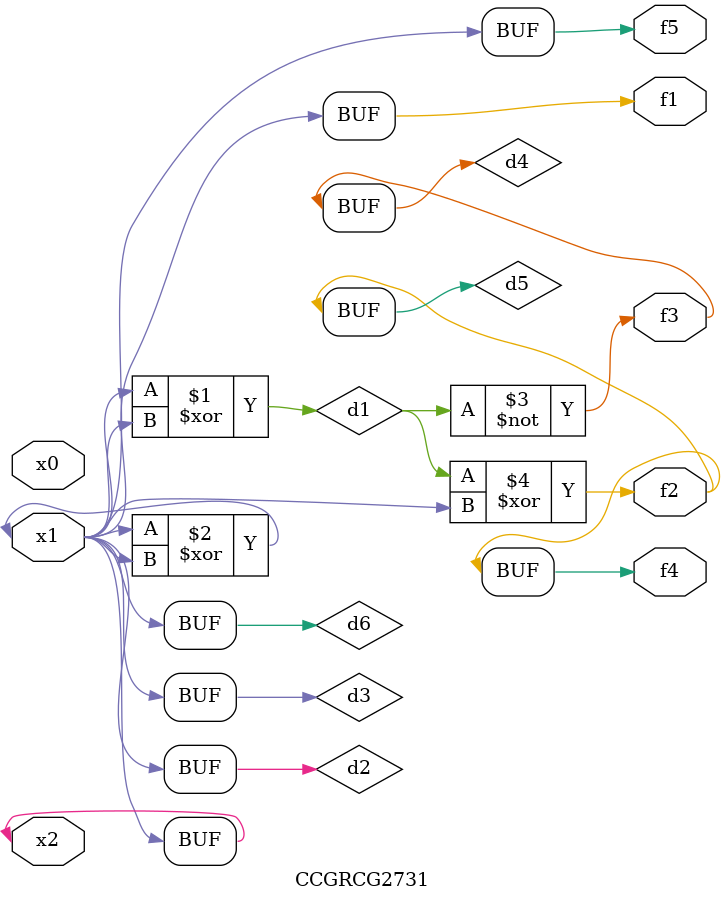
<source format=v>
module CCGRCG2731(
	input x0, x1, x2,
	output f1, f2, f3, f4, f5
);

	wire d1, d2, d3, d4, d5, d6;

	xor (d1, x1, x2);
	buf (d2, x1, x2);
	xor (d3, x1, x2);
	nor (d4, d1);
	xor (d5, d1, d2);
	buf (d6, d2, d3);
	assign f1 = d6;
	assign f2 = d5;
	assign f3 = d4;
	assign f4 = d5;
	assign f5 = d6;
endmodule

</source>
